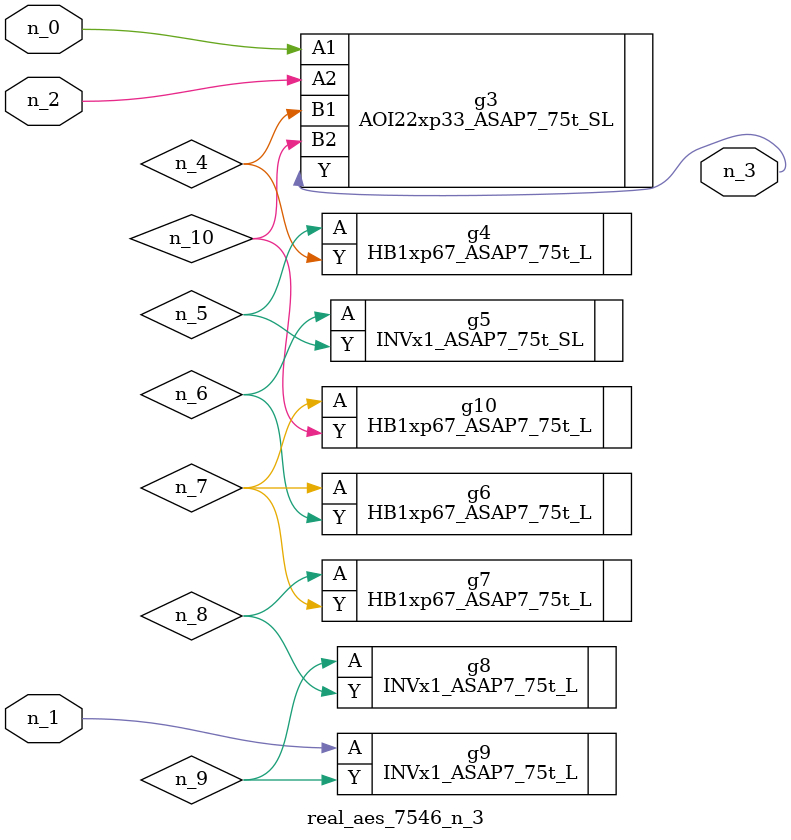
<source format=v>
module real_aes_7546_n_3 (n_0, n_2, n_1, n_3);
input n_0;
input n_2;
input n_1;
output n_3;
wire n_4;
wire n_5;
wire n_7;
wire n_8;
wire n_6;
wire n_9;
wire n_10;
AOI22xp33_ASAP7_75t_SL g3 ( .A1(n_0), .A2(n_2), .B1(n_4), .B2(n_10), .Y(n_3) );
INVx1_ASAP7_75t_L g9 ( .A(n_1), .Y(n_9) );
HB1xp67_ASAP7_75t_L g4 ( .A(n_5), .Y(n_4) );
INVx1_ASAP7_75t_SL g5 ( .A(n_6), .Y(n_5) );
HB1xp67_ASAP7_75t_L g6 ( .A(n_7), .Y(n_6) );
HB1xp67_ASAP7_75t_L g10 ( .A(n_7), .Y(n_10) );
HB1xp67_ASAP7_75t_L g7 ( .A(n_8), .Y(n_7) );
INVx1_ASAP7_75t_L g8 ( .A(n_9), .Y(n_8) );
endmodule
</source>
